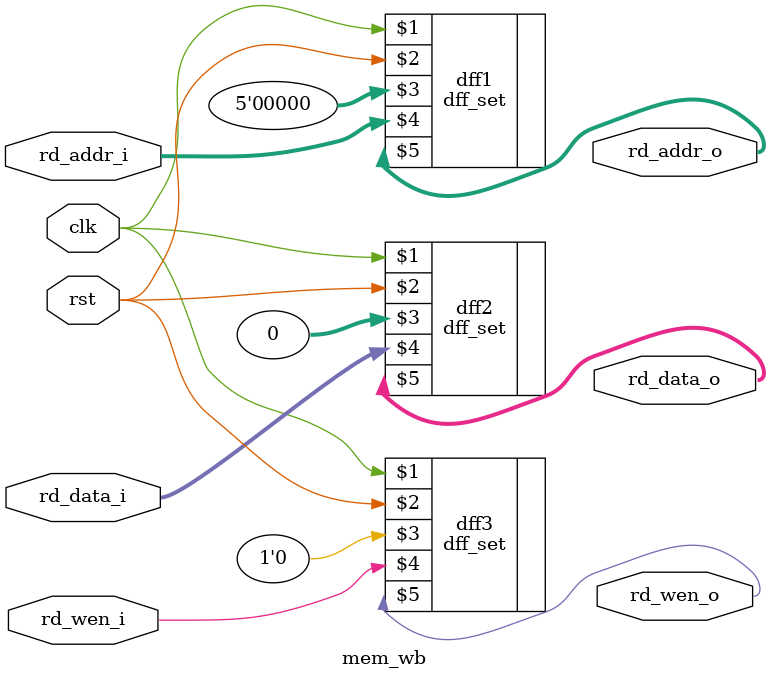
<source format=v>
module mem_wb (
    input  wire        clk,
    input  wire        rst,
    // from mem
    input  wire [ 4:0] rd_addr_i,
    input  wire [31:0] rd_data_i,
    input  wire        rd_wen_i,
    // to wb
    output wire [ 4:0] rd_addr_o,
    output wire [31:0] rd_data_o,
    output wire        rd_wen_o
);
  dff_set #(5) dff1 (
      clk,
      rst,
      5'b0,
      rd_addr_i,
      rd_addr_o
  );
  dff_set #(32) dff2 (
      clk,
      rst,
      32'b0,
      rd_data_i,
      rd_data_o
  );
  dff_set #(1) dff3 (
      clk,
      rst,
      1'b0,
      rd_wen_i,
      rd_wen_o
  );
endmodule

</source>
